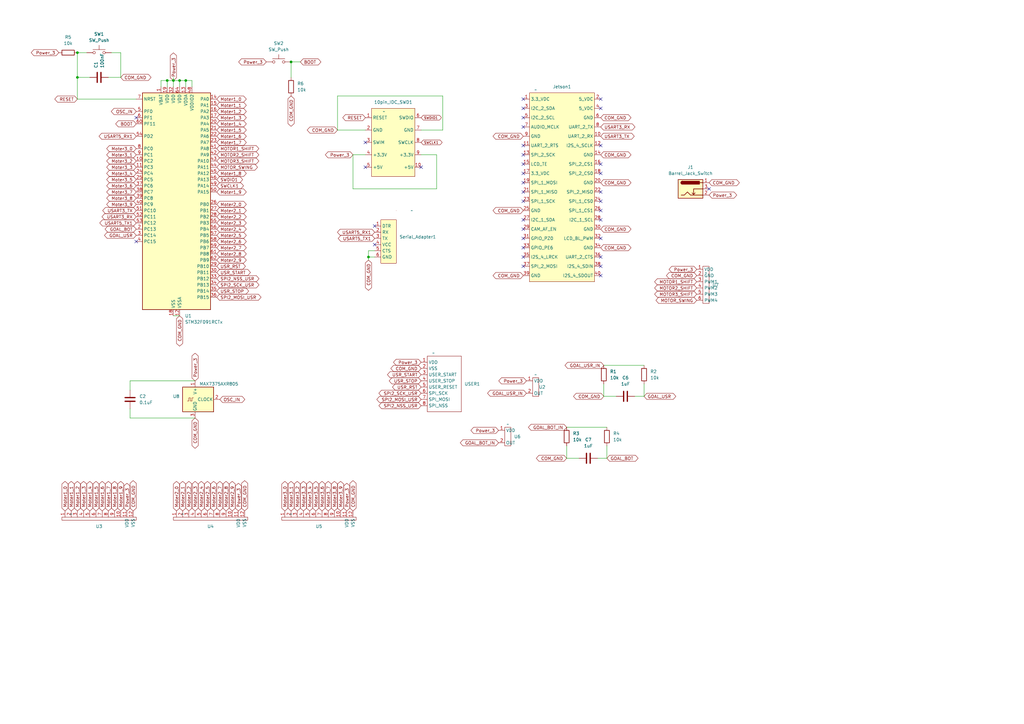
<source format=kicad_sch>
(kicad_sch (version 20230121) (generator eeschema)
  (paper "A3")
  (lib_symbols
    (symbol "Connector:Barrel_Jack_Switch" (pin_names hide)
      (property "Reference" "J" (at 0 5.334 0))
      (property "Value" "Barrel_Jack_Switch" (at 0 -5.08 0))
      (symbol "Barrel_Jack_Switch_0_1"
        (rectangle (start -5.08 3.81) (end 5.08 -3.81) (stroke (width 0.254)) (fill (type background)))
        (arc (start -3.302 3.175) (mid -3.9343 2.54) (end -3.302 1.905) (stroke (width 0.254)))
        (arc (start -3.302 3.175) (mid -3.9343 2.54) (end -3.302 1.905) (stroke (width 0.254)) (fill (type outline)))
        (polyline (pts (xy 1.27 -2.286) (xy 1.905 -1.651)) (stroke (width 0.254)))
        (polyline (pts (xy 5.08 2.54) (xy 3.81 2.54)) (stroke (width 0.254)))
        (polyline (pts (xy 5.08 0) (xy 1.27 0) (xy 1.27 -2.286) (xy 0.635 -1.651)) (stroke (width 0.254)))
        (polyline (pts (xy -3.81 -2.54) (xy -2.54 -2.54) (xy -1.27 -1.27) (xy 0 -2.54) (xy 2.54 -2.54) (xy 5.08 -2.54)) (stroke (width 0.254)))
        (rectangle (start 3.683 3.175) (end -3.302 1.905) (stroke (width 0.254)) (fill (type outline)))
      )
      (symbol "Barrel_Jack_Switch_1_1"
        (pin passive line (at 7.62 2.54 180) (length 2.54) (name "~") (number "1"))
        (pin passive line (at 7.62 -2.54 180) (length 2.54) (name "~") (number "2"))
        (pin passive line (at 7.62 0 180) (length 2.54) (name "~") (number "3"))
      )
    )
    (symbol "Device:C" (pin_numbers hide) (pin_names (offset 0.254))
      (property "Reference" "C" (at 0.635 2.54 0))
      (property "Value" "C" (at 0.635 -2.54 0))
      (symbol "C_0_1"
        (polyline (pts (xy -2.032 -0.762) (xy 2.032 -0.762)) (stroke (width 0.508)))
        (polyline (pts (xy -2.032 0.762) (xy 2.032 0.762)) (stroke (width 0.508)))
      )
      (symbol "C_1_1"
        (pin passive line (at 0 3.81 270) (length 2.794) (name "~") (number "1"))
        (pin passive line (at 0 -3.81 90) (length 2.794) (name "~") (number "2"))
      )
    )
    (symbol "Device:R" (pin_numbers hide) (pin_names (offset 0))
      (property "Reference" "R" (at 2.032 0 90))
      (property "Value" "R" (at 0 0 90))
      (symbol "R_0_1"
        (rectangle (start -1.016 -2.54) (end 1.016 2.54) (stroke (width 0.254)))
      )
      (symbol "R_1_1"
        (pin passive line (at 0 3.81 270) (length 1.27) (name "~") (number "1"))
        (pin passive line (at 0 -3.81 90) (length 1.27) (name "~") (number "2"))
      )
    )
    (symbol "MCU_ST_STM32F0:STM32F091RCTx"
      (property "Reference" "U" (at -12.7 46.99 0))
      (property "Value" "STM32F091RCTx" (at 10.16 46.99 0))
      (symbol "STM32F091RCTx_0_1"
        (rectangle (start -12.7 -43.18) (end 15.24 45.72) (stroke (width 0.254)) (fill (type background)))
      )
      (symbol "STM32F091RCTx_1_1"
        (pin power_in line (at -5.08 48.26 270) (length 2.54) (name "VBAT") (number "1"))
        (pin bidirectional line (at -15.24 17.78 0) (length 2.54) (name "PC2") (number "10"))
        (pin bidirectional line (at -15.24 15.24 0) (length 2.54) (name "PC3") (number "11"))
        (pin power_in line (at 2.54 -45.72 90) (length 2.54) (name "VSSA") (number "12"))
        (pin power_in line (at 5.08 48.26 270) (length 2.54) (name "VDDA") (number "13"))
        (pin bidirectional line (at 17.78 43.18 180) (length 2.54) (name "PA0") (number "14"))
        (pin bidirectional line (at 17.78 40.64 180) (length 2.54) (name "PA1") (number "15"))
        (pin bidirectional line (at 17.78 38.1 180) (length 2.54) (name "PA2") (number "16"))
        (pin bidirectional line (at 17.78 35.56 180) (length 2.54) (name "PA3") (number "17"))
        (pin power_in line (at 0 -45.72 90) (length 2.54) (name "VSS") (number "18"))
        (pin power_in line (at -2.54 48.26 270) (length 2.54) (name "VDD") (number "19"))
        (pin bidirectional line (at -15.24 -10.16 0) (length 2.54) (name "PC13") (number "2"))
        (pin bidirectional line (at 17.78 33.02 180) (length 2.54) (name "PA4") (number "20"))
        (pin bidirectional line (at 17.78 30.48 180) (length 2.54) (name "PA5") (number "21"))
        (pin bidirectional line (at 17.78 27.94 180) (length 2.54) (name "PA6") (number "22"))
        (pin bidirectional line (at 17.78 25.4 180) (length 2.54) (name "PA7") (number "23"))
        (pin bidirectional line (at -15.24 12.7 0) (length 2.54) (name "PC4") (number "24"))
        (pin bidirectional line (at -15.24 10.16 0) (length 2.54) (name "PC5") (number "25"))
        (pin bidirectional line (at 17.78 0 180) (length 2.54) (name "PB0") (number "26"))
        (pin bidirectional line (at 17.78 -2.54 180) (length 2.54) (name "PB1") (number "27"))
        (pin bidirectional line (at 17.78 -5.08 180) (length 2.54) (name "PB2") (number "28"))
        (pin bidirectional line (at 17.78 -25.4 180) (length 2.54) (name "PB10") (number "29"))
        (pin bidirectional line (at -15.24 -12.7 0) (length 2.54) (name "PC14") (number "3"))
        (pin bidirectional line (at 17.78 -27.94 180) (length 2.54) (name "PB11") (number "30"))
        (pin passive line (at 0 -45.72 90) (length 2.54) hide (name "VSS") (number "31"))
        (pin power_in line (at 0 48.26 270) (length 2.54) (name "VDD") (number "32"))
        (pin bidirectional line (at 17.78 -30.48 180) (length 2.54) (name "PB12") (number "33"))
        (pin bidirectional line (at 17.78 -33.02 180) (length 2.54) (name "PB13") (number "34"))
        (pin bidirectional line (at 17.78 -35.56 180) (length 2.54) (name "PB14") (number "35"))
        (pin bidirectional line (at 17.78 -38.1 180) (length 2.54) (name "PB15") (number "36"))
        (pin bidirectional line (at -15.24 7.62 0) (length 2.54) (name "PC6") (number "37"))
        (pin bidirectional line (at -15.24 5.08 0) (length 2.54) (name "PC7") (number "38"))
        (pin bidirectional line (at -15.24 2.54 0) (length 2.54) (name "PC8") (number "39"))
        (pin bidirectional line (at -15.24 -15.24 0) (length 2.54) (name "PC15") (number "4"))
        (pin bidirectional line (at -15.24 0 0) (length 2.54) (name "PC9") (number "40"))
        (pin bidirectional line (at 17.78 22.86 180) (length 2.54) (name "PA8") (number "41"))
        (pin bidirectional line (at 17.78 20.32 180) (length 2.54) (name "PA9") (number "42"))
        (pin bidirectional line (at 17.78 17.78 180) (length 2.54) (name "PA10") (number "43"))
        (pin bidirectional line (at 17.78 15.24 180) (length 2.54) (name "PA11") (number "44"))
        (pin bidirectional line (at 17.78 12.7 180) (length 2.54) (name "PA12") (number "45"))
        (pin bidirectional line (at 17.78 10.16 180) (length 2.54) (name "PA13") (number "46"))
        (pin passive line (at 0 -45.72 90) (length 2.54) hide (name "VSS") (number "47"))
        (pin power_in line (at 7.62 48.26 270) (length 2.54) (name "VDDIO2") (number "48"))
        (pin bidirectional line (at 17.78 7.62 180) (length 2.54) (name "PA14") (number "49"))
        (pin bidirectional line (at -15.24 38.1 0) (length 2.54) (name "PF0") (number "5"))
        (pin bidirectional line (at 17.78 5.08 180) (length 2.54) (name "PA15") (number "50"))
        (pin bidirectional line (at -15.24 -2.54 0) (length 2.54) (name "PC10") (number "51"))
        (pin bidirectional line (at -15.24 -5.08 0) (length 2.54) (name "PC11") (number "52"))
        (pin bidirectional line (at -15.24 -7.62 0) (length 2.54) (name "PC12") (number "53"))
        (pin bidirectional line (at -15.24 27.94 0) (length 2.54) (name "PD2") (number "54"))
        (pin bidirectional line (at 17.78 -7.62 180) (length 2.54) (name "PB3") (number "55"))
        (pin bidirectional line (at 17.78 -10.16 180) (length 2.54) (name "PB4") (number "56"))
        (pin bidirectional line (at 17.78 -12.7 180) (length 2.54) (name "PB5") (number "57"))
        (pin bidirectional line (at 17.78 -15.24 180) (length 2.54) (name "PB6") (number "58"))
        (pin bidirectional line (at 17.78 -17.78 180) (length 2.54) (name "PB7") (number "59"))
        (pin bidirectional line (at -15.24 35.56 0) (length 2.54) (name "PF1") (number "6"))
        (pin bidirectional line (at -15.24 33.02 0) (length 2.54) (name "PF11") (number "60"))
        (pin bidirectional line (at 17.78 -20.32 180) (length 2.54) (name "PB8") (number "61"))
        (pin bidirectional line (at 17.78 -22.86 180) (length 2.54) (name "PB9") (number "62"))
        (pin passive line (at 0 -45.72 90) (length 2.54) hide (name "VSS") (number "63"))
        (pin power_in line (at 2.54 48.26 270) (length 2.54) (name "VDD") (number "64"))
        (pin input line (at -15.24 43.18 0) (length 2.54) (name "NRST") (number "7"))
        (pin bidirectional line (at -15.24 22.86 0) (length 2.54) (name "PC0") (number "8"))
        (pin bidirectional line (at -15.24 20.32 0) (length 2.54) (name "PC1") (number "9"))
      )
    )
    (symbol "Oscillator:MAX7375AXR805" (pin_names (offset 0.254))
      (property "Reference" "U" (at -2.54 6.35 0))
      (property "Value" "MAX7375AXR805" (at 1.27 -6.35 0))
      (symbol "MAX7375AXR805_0_1"
        (rectangle (start -5.08 5.08) (end 7.62 -5.08) (stroke (width 0.254)) (fill (type background)))
        (polyline (pts (xy -3.175 -0.635) (xy -2.54 -0.635) (xy -2.54 0.635) (xy -1.905 0.635) (xy -1.905 -0.635) (xy -1.27 -0.635) (xy -1.27 0.635) (xy -0.635 0.635)))
      )
      (symbol "MAX7375AXR805_1_1"
        (pin power_in line (at 0 7.62 270) (length 2.54) (name "V+") (number "1"))
        (pin output line (at 10.16 0 180) (length 2.54) (name "CLOCK") (number "2"))
        (pin power_in line (at 0 -7.62 90) (length 2.54) (name "GND") (number "3"))
      )
    )
    (symbol "Senior Design:GOAL"
      (property "Reference" "U" (at 0 0 0))
      (symbol "GOAL_0_1"
        (rectangle (start -1.27 -1.27) (end 1.27 -8.89))
      )
      (symbol "GOAL_1_1"
        (pin passive line (at -3.81 -2.54 0) (length 2.54) (name "VDD") (number "1"))
        (pin passive line (at -3.81 -7.62 0) (length 2.54) (name "OUT") (number "2"))
      )
    )
    (symbol "Senior Design:Hall-effect_Sensor_Port"
      (property "Reference" "U" (at 6.35 8.89 0))
      (symbol "Hall-effect_Sensor_Port_0_1"
        (rectangle (start -3.81 -1.27) (end 26.67 -2.54))
      )
      (symbol "Hall-effect_Sensor_Port_1_1"
        (pin passive line (at -2.54 1.27 270) (length 2.54) (name "") (number "1"))
        (pin passive line (at 20.32 1.27 270) (length 2.54) (name "") (number "10"))
        (pin passive line (at 22.86 1.27 270) (length 2.54) (name "VDD") (number "11"))
        (pin passive line (at 25.4 1.27 270) (length 2.54) (name "VSS") (number "12"))
        (pin passive line (at 0 1.27 270) (length 2.54) (name "") (number "2"))
        (pin passive line (at 2.54 1.27 270) (length 2.54) (name "") (number "3"))
        (pin passive line (at 5.08 1.27 270) (length 2.54) (name "") (number "4"))
        (pin passive line (at 7.62 1.27 270) (length 2.54) (name "") (number "5"))
        (pin passive line (at 10.16 1.27 270) (length 2.54) (name "") (number "6"))
        (pin passive line (at 12.7 1.27 270) (length 2.54) (name "") (number "7"))
        (pin passive line (at 15.24 1.27 270) (length 2.54) (name "") (number "8"))
        (pin passive line (at 17.78 1.27 270) (length 2.54) (name "") (number "9"))
      )
    )
    (symbol "Senior Design:Power_Unit"
      (property "Reference" "U" (at 0 3.81 0))
      (symbol "Power_Unit_0_1"
        (rectangle (start -1.27 2.54) (end 1.27 -12.7))
      )
      (symbol "Power_Unit_1_1"
        (pin passive line (at -3.81 1.27 0) (length 2.54) (name "VDD") (number "1"))
        (pin passive line (at -3.81 -1.27 0) (length 2.54) (name "GND") (number "2"))
        (pin passive line (at -3.81 -3.81 0) (length 2.54) (name "PWM1") (number "3"))
        (pin passive line (at -3.81 -6.35 0) (length 2.54) (name "PWM2") (number "4"))
        (pin passive line (at -3.81 -8.89 0) (length 2.54) (name "PWM3") (number "5"))
        (pin passive line (at -3.81 -11.43 0) (length 2.54) (name "PWM4") (number "6"))
      )
    )
    (symbol "Senior Design:User_Interface"
      (property "Reference" "USER" (at 3.81 1.27 0))
      (symbol "User_Interface_0_1"
        (rectangle (start -2.54 -1.27) (end 11.43 -24.13))
      )
      (symbol "User_Interface_1_1"
        (pin passive line (at -5.08 -3.81 0) (length 2.54) (name "VDD") (number "1"))
        (pin passive line (at -5.08 -6.35 0) (length 2.54) (name "VSS") (number "2"))
        (pin passive line (at -5.08 -8.89 0) (length 2.54) (name "USER_START") (number "3"))
        (pin passive line (at -5.08 -11.43 0) (length 2.54) (name "USER_STOP") (number "4"))
        (pin passive line (at -5.08 -13.97 0) (length 2.54) (name "USER_RESET") (number "5"))
        (pin passive line (at -5.08 -16.51 0) (length 2.54) (name "SPI_SCK") (number "6"))
        (pin passive line (at -5.08 -19.05 0) (length 2.54) (name "SPI_MOSI") (number "7"))
        (pin passive line (at -5.08 -21.59 0) (length 2.54) (name "SPI_NSS") (number "8"))
      )
    )
    (symbol "Senior_Design:Jetson_Nano_GPIO"
      (property "Reference" "Jetson" (at 10.16 1.27 0))
      (symbol "Jetson_Nano_GPIO_1_1"
        (rectangle (start -2.54 -1.27) (end 24.13 -78.74) (fill (type background)))
        (pin passive line (at -5.08 -3.81 0) (length 2.54) (name "3.3_VDC") (number "1"))
        (pin passive line (at 26.67 -19.05 180) (length 2.54) (name "UART_2_RX") (number "10"))
        (pin passive line (at -5.08 -22.86 0) (length 2.54) (name "UART_2_RTS") (number "11"))
        (pin passive line (at 26.67 -22.86 180) (length 2.54) (name "I2S_4_SCLK") (number "12"))
        (pin passive line (at -5.08 -26.67 0) (length 2.54) (name "SPI_2_SCK") (number "13"))
        (pin passive line (at 26.67 -26.67 180) (length 2.54) (name "GND") (number "14"))
        (pin passive line (at -5.08 -30.48 0) (length 2.54) (name "LCD_TE") (number "15"))
        (pin passive line (at 26.67 -30.48 180) (length 2.54) (name "SPI_2_CS1") (number "16"))
        (pin passive line (at -5.08 -34.29 0) (length 2.54) (name "3.3_VDC") (number "17"))
        (pin passive line (at 26.67 -34.29 180) (length 2.54) (name "SPI_2_CS0") (number "18"))
        (pin passive line (at -5.08 -38.1 0) (length 2.54) (name "SPI_1_MOSI") (number "19"))
        (pin passive line (at 26.67 -3.81 180) (length 2.54) (name "5_VDC") (number "2"))
        (pin passive line (at 26.67 -38.1 180) (length 2.54) (name "GND") (number "20"))
        (pin passive line (at -5.08 -41.91 0) (length 2.54) (name "SPI_1_MISO") (number "21"))
        (pin passive line (at 26.67 -41.91 180) (length 2.54) (name "SPI_2_MISO") (number "22"))
        (pin passive line (at -5.08 -45.72 0) (length 2.54) (name "SPI_1_SCK") (number "23"))
        (pin passive line (at 26.67 -45.72 180) (length 2.54) (name "SPI_1_CS0") (number "24"))
        (pin passive line (at -5.08 -49.53 0) (length 2.54) (name "GND") (number "25"))
        (pin passive line (at 26.67 -49.53 180) (length 2.54) (name "SPI_1_CS1") (number "26"))
        (pin passive line (at -5.08 -53.34 0) (length 2.54) (name "I2C_1_SDA") (number "27"))
        (pin passive line (at 26.67 -53.34 180) (length 2.54) (name "I2C_1_SCL") (number "28"))
        (pin passive line (at -5.08 -57.15 0) (length 2.54) (name "CAM_AF_EN") (number "29"))
        (pin passive line (at -5.08 -7.62 0) (length 2.54) (name "I2C_2_SDA") (number "3"))
        (pin passive line (at 26.67 -57.15 180) (length 2.54) (name "GND") (number "30"))
        (pin passive line (at -5.08 -60.96 0) (length 2.54) (name "GPIO_PZ0") (number "31"))
        (pin passive line (at 26.67 -60.96 180) (length 2.54) (name "LCD_BL_PWM") (number "32"))
        (pin passive line (at -5.08 -64.77 0) (length 2.54) (name "GPIO_PE6") (number "33"))
        (pin passive line (at 26.67 -64.77 180) (length 2.54) (name "GND") (number "34"))
        (pin passive line (at -5.08 -68.58 0) (length 2.54) (name "I2S_4_LRCK") (number "35"))
        (pin passive line (at 26.67 -68.58 180) (length 2.54) (name "UART_2_CTS") (number "36"))
        (pin passive line (at -5.08 -72.39 0) (length 2.54) (name "SPI_2_MOSI") (number "37"))
        (pin passive line (at 26.67 -72.39 180) (length 2.54) (name "I2S_4_SDIN") (number "38"))
        (pin passive line (at -5.08 -76.2 0) (length 2.54) (name "GND") (number "39"))
        (pin passive line (at 26.67 -7.62 180) (length 2.54) (name "5_VDC") (number "4"))
        (pin passive line (at 26.67 -76.2 180) (length 2.54) (name "I2S_4_SDOUT") (number "40"))
        (pin passive line (at -5.08 -11.43 0) (length 2.54) (name "I2C_2_SCL") (number "5"))
        (pin passive line (at 26.67 -11.43 180) (length 2.54) (name "GND") (number "6"))
        (pin passive line (at -5.08 -15.24 0) (length 2.54) (name "AUDIO_MCLK") (number "7"))
        (pin passive line (at 26.67 -15.24 180) (length 2.54) (name "UART_2_TX") (number "8"))
        (pin passive line (at -5.08 -19.05 0) (length 2.54) (name "GND") (number "9"))
      )
    )
    (symbol "Senior_Design:ST-Link_V2_Clone"
      (property "Reference" "10pin_IDC_SWD" (at 3.81 3.81 0))
      (symbol "ST-Link_V2_Clone_1_1"
        (rectangle (start -5.08 1.27) (end 12.7 -26.67) (fill (type background)))
        (pin passive line (at -7.62 -2.54 0) (length 2.54) (name "RESET") (number "1"))
        (pin passive line (at 15.24 -22.86 180) (length 2.54) (name "+5V") (number "10"))
        (pin passive line (at -7.62 -7.62 0) (length 2.54) (name "GND") (number "2"))
        (pin passive line (at -7.62 -12.7 0) (length 2.54) (name "SWIM") (number "3"))
        (pin passive line (at -7.62 -17.78 0) (length 2.54) (name "+3.3V") (number "4"))
        (pin passive line (at -7.62 -22.86 0) (length 2.54) (name "+5V") (number "5"))
        (pin passive line (at 15.24 -2.54 180) (length 2.54) (name "SWDIO") (number "6"))
        (pin passive line (at 15.24 -7.62 180) (length 2.54) (name "GND") (number "7"))
        (pin passive line (at 15.24 -12.7 180) (length 2.54) (name "SWCLK") (number "8"))
        (pin passive line (at 15.24 -17.78 180) (length 2.54) (name "+3.3V") (number "9"))
      )
    )
    (symbol "Serial_adapter:Serial_Adapter"
      (property "Reference" "Serial_Adapter" (at -10.16 -1.27 0))
      (symbol "Serial_Adapter_0_1"
        (rectangle (start -6.35 0) (end -6.35 0))
      )
      (symbol "Serial_Adapter_1_1"
        (rectangle (start -12.7 -3.81) (end -6.35 -21.59) (fill (type background)))
        (pin passive line (at -15.24 -6.35 0) (length 2.54) (name "DTR") (number "1"))
        (pin passive line (at -15.24 -8.89 0) (length 2.54) (name "RX") (number "2"))
        (pin passive line (at -15.24 -11.43 0) (length 2.54) (name "TX") (number "3"))
        (pin passive line (at -15.24 -13.97 0) (length 2.54) (name "VCC") (number "4"))
        (pin passive line (at -15.24 -16.51 0) (length 2.54) (name "CTS") (number "5"))
        (pin passive line (at -15.24 -19.05 0) (length 2.54) (name "GND") (number "6"))
      )
    )
    (symbol "Switch:SW_Push" (pin_numbers hide) (pin_names (offset 1.016) hide)
      (property "Reference" "SW" (at 1.27 2.54 0))
      (property "Value" "SW_Push" (at 0 -1.524 0))
      (symbol "SW_Push_0_1"
        (circle (center -2.032 0) (radius 0.508))
        (polyline (pts (xy 0 1.27) (xy 0 3.048)))
        (polyline (pts (xy 2.54 1.27) (xy -2.54 1.27)))
        (circle (center 2.032 0) (radius 0.508))
        (pin passive line (at -5.08 0 0) (length 2.54) (name "1") (number "1"))
        (pin passive line (at 5.08 0 180) (length 2.54) (name "2") (number "2"))
      )
    )
  )
  (junction (at 119.38 25.4))
  (junction (at 151.13 105.41))
  (junction (at 71.12 33.02))
  (junction (at 31.75 21.59))
  (junction (at 68.58 33.02))
  (junction (at 31.75 31.75))
  (junction (at 73.66 33.02))
  (junction (at 76.2 33.02))
  (no_connect (at 246.38 105.41))
  (no_connect (at 246.38 113.03))
  (no_connect (at 214.63 93.98))
  (no_connect (at 214.63 109.22))
  (no_connect (at 149.86 58.42))
  (no_connect (at 246.38 86.36))
  (no_connect (at 246.38 78.74))
  (no_connect (at 214.63 52.07))
  (no_connect (at 246.38 71.12))
  (no_connect (at 214.63 74.93))
  (no_connect (at 153.67 100.33))
  (no_connect (at 55.88 99.06))
  (no_connect (at 214.63 82.55))
  (no_connect (at 214.63 78.74))
  (no_connect (at 246.38 82.55))
  (no_connect (at 214.63 97.79))
  (no_connect (at 214.63 59.69))
  (no_connect (at 214.63 63.5))
  (no_connect (at 214.63 67.31))
  (no_connect (at 246.38 109.22))
  (no_connect (at 214.63 105.41))
  (no_connect (at 214.63 48.26))
  (no_connect (at 214.63 101.6))
  (no_connect (at 214.63 44.45))
  (no_connect (at 214.63 90.17))
  (no_connect (at 172.72 68.58))
  (no_connect (at 55.88 48.26))
  (no_connect (at 246.38 59.69))
  (no_connect (at 153.67 92.71))
  (no_connect (at 290.83 77.47))
  (no_connect (at 214.63 71.12))
  (no_connect (at 246.38 44.45))
  (no_connect (at 246.38 90.17))
  (no_connect (at 246.38 40.64))
  (no_connect (at 246.38 67.31))
  (no_connect (at 149.86 68.58))
  (no_connect (at 214.63 40.64))
  (no_connect (at 246.38 97.79))
  (wire (pts (xy 232.41 175.26) (xy 248.92 175.26)))
  (wire (pts (xy 78.74 33.02) (xy 78.74 35.56)))
  (wire (pts (xy 151.13 105.41) (xy 153.67 105.41)))
  (wire (pts (xy 232.41 182.88) (xy 232.41 187.96)))
  (wire (pts (xy 144.78 77.47) (xy 179.07 77.47)))
  (wire (pts (xy 247.65 157.48) (xy 247.65 162.56)))
  (wire (pts (xy 68.58 33.02) (xy 66.04 33.02)))
  (wire (pts (xy 31.75 40.64) (xy 31.75 31.75)))
  (wire (pts (xy 149.86 53.34) (xy 138.43 53.34)))
  (wire (pts (xy 66.04 33.02) (xy 66.04 35.56)))
  (wire (pts (xy 71.12 129.54) (xy 73.66 129.54)))
  (wire (pts (xy 181.61 39.37) (xy 181.61 53.34)))
  (wire (pts (xy 76.2 33.02) (xy 76.2 35.56)))
  (wire (pts (xy 73.66 33.02) (xy 73.66 35.56)))
  (wire (pts (xy 151.13 102.87) (xy 151.13 105.41)))
  (wire (pts (xy 181.61 53.34) (xy 172.72 53.34)))
  (wire (pts (xy 68.58 35.56) (xy 68.58 33.02)))
  (wire (pts (xy 138.43 53.34) (xy 138.43 39.37)))
  (wire (pts (xy 36.83 31.75) (xy 31.75 31.75)))
  (wire (pts (xy 248.92 187.96) (xy 248.92 182.88)))
  (wire (pts (xy 49.53 31.75) (xy 44.45 31.75)))
  (wire (pts (xy 232.41 187.96) (xy 237.49 187.96)))
  (wire (pts (xy 260.35 162.56) (xy 264.16 162.56)))
  (wire (pts (xy 247.65 149.86) (xy 264.16 149.86)))
  (wire (pts (xy 45.72 21.59) (xy 49.53 21.59)))
  (wire (pts (xy 119.38 25.4) (xy 123.19 25.4)))
  (wire (pts (xy 49.53 21.59) (xy 49.53 31.75)))
  (wire (pts (xy 76.2 33.02) (xy 78.74 33.02)))
  (wire (pts (xy 71.12 33.02) (xy 71.12 35.56)))
  (wire (pts (xy 31.75 40.64) (xy 55.88 40.64)))
  (wire (pts (xy 73.66 33.02) (xy 76.2 33.02)))
  (wire (pts (xy 53.34 171.45) (xy 80.01 171.45)))
  (wire (pts (xy 151.13 105.41) (xy 151.13 106.68)))
  (wire (pts (xy 247.65 162.56) (xy 252.73 162.56)))
  (wire (pts (xy 31.75 31.75) (xy 31.75 21.59)))
  (wire (pts (xy 245.11 187.96) (xy 248.92 187.96)))
  (wire (pts (xy 149.86 63.5) (xy 144.78 63.5)))
  (wire (pts (xy 264.16 162.56) (xy 264.16 157.48)))
  (wire (pts (xy 138.43 39.37) (xy 181.61 39.37)))
  (wire (pts (xy 144.78 63.5) (xy 144.78 77.47)))
  (wire (pts (xy 71.12 31.75) (xy 71.12 33.02)))
  (wire (pts (xy 31.75 21.59) (xy 35.56 21.59)))
  (wire (pts (xy 68.58 33.02) (xy 71.12 33.02)))
  (wire (pts (xy 119.38 31.75) (xy 119.38 25.4)))
  (wire (pts (xy 179.07 63.5) (xy 172.72 63.5)))
  (wire (pts (xy 53.34 167.64) (xy 53.34 171.45)))
  (wire (pts (xy 179.07 77.47) (xy 179.07 63.5)))
  (wire (pts (xy 153.67 102.87) (xy 151.13 102.87)))
  (wire (pts (xy 80.01 156.21) (xy 53.34 156.21)))
  (wire (pts (xy 53.34 156.21) (xy 53.34 160.02)))
  (wire (pts (xy 71.12 33.02) (xy 73.66 33.02)))
  (global_label "Moter3_8" (shape bidirectional) (at 137.16 209.55 90) (property "Intersheetrefs" "${INTERSHEET_REFS}" (effects hide)))
  (global_label "USART3_TX" (shape bidirectional) (at 55.88 86.36 180) (property "Intersheetrefs" "${INTERSHEET_REFS}" (effects hide)))
  (global_label "Moter3_6" (shape bidirectional) (at 55.88 76.2 180) (property "Intersheetrefs" "${INTERSHEET_REFS}" (effects hide)))
  (global_label "Moter1_3" (shape bidirectional) (at 34.29 209.55 90) (property "Intersheetrefs" "${INTERSHEET_REFS}" (effects hide)))
  (global_label "MOTOR1_SHIFT" (shape bidirectional) (at 285.75 115.57 180) (property "Intersheetrefs" "${INTERSHEET_REFS}" (effects hide)))
  (global_label "SWDIO1" (shape bidirectional) (at 88.9 73.66 0) (property "Intersheetrefs" "${INTERSHEET_REFS}" (effects hide)))
  (global_label "Power_3" (shape bidirectional) (at 24.13 21.59 180) (property "Intersheetrefs" "${INTERSHEET_REFS}" (effects hide)))
  (global_label "Moter3_4" (shape bidirectional) (at 127 209.55 90) (property "Intersheetrefs" "${INTERSHEET_REFS}" (effects hide)))
  (global_label "Moter2_2" (shape bidirectional) (at 88.9 88.9 0) (property "Intersheetrefs" "${INTERSHEET_REFS}" (effects hide)))
  (global_label "COM_GND" (shape bidirectional) (at 54.61 209.55 90) (property "Intersheetrefs" "${INTERSHEET_REFS}" (effects hide)))
  (global_label "BOOT" (shape bidirectional) (at 123.19 25.4 0) (property "Intersheetrefs" "${INTERSHEET_REFS}" (effects hide)))
  (global_label "Moter1_8" (shape bidirectional) (at 88.9 71.12 0) (property "Intersheetrefs" "${INTERSHEET_REFS}" (effects hide)))
  (global_label "COM_GND" (shape bidirectional) (at 73.66 129.54 270) (property "Intersheetrefs" "${INTERSHEET_REFS}" (effects hide)))
  (global_label "Moter1_6" (shape bidirectional) (at 88.9 55.88 0) (property "Intersheetrefs" "${INTERSHEET_REFS}" (effects hide)))
  (global_label "SPI2_MOSI_USR" (shape bidirectional) (at 88.9 121.92 0) (property "Intersheetrefs" "${INTERSHEET_REFS}" (effects hide)))
  (global_label "Moter1_2" (shape bidirectional) (at 31.75 209.55 90) (property "Intersheetrefs" "${INTERSHEET_REFS}" (effects hide)))
  (global_label "Moter2_3" (shape bidirectional) (at 80.01 209.55 90) (property "Intersheetrefs" "${INTERSHEET_REFS}" (effects hide)))
  (global_label "COM_GND" (shape bidirectional) (at 246.38 93.98 0) (property "Intersheetrefs" "${INTERSHEET_REFS}" (effects hide)))
  (global_label "Moter3_0" (shape bidirectional) (at 55.88 60.96 180) (property "Intersheetrefs" "${INTERSHEET_REFS}" (effects hide)))
  (global_label "USR_START" (shape bidirectional) (at 88.9 111.76 0) (property "Intersheetrefs" "${INTERSHEET_REFS}" (effects hide)))
  (global_label "SPI2_SCK_USR" (shape bidirectional) (at 172.72 161.29 180) (property "Intersheetrefs" "${INTERSHEET_REFS}" (effects hide)))
  (global_label "RESET" (shape bidirectional) (at 149.86 48.26 180) (property "Intersheetrefs" "${INTERSHEET_REFS}" (effects hide)))
  (global_label "MOTOR2_SHIFT" (shape bidirectional) (at 88.9 63.5 0) (property "Intersheetrefs" "${INTERSHEET_REFS}" (effects hide)))
  (global_label "SWDIO1" (shape bidirectional) (at 172.72 48.26 0) (effects (font (size 1 1))) (property "Intersheetrefs" "${INTERSHEET_REFS}" (effects hide)))
  (global_label "SWCLK1" (shape bidirectional) (at 88.9 76.2 0) (property "Intersheetrefs" "${INTERSHEET_REFS}" (effects hide)))
  (global_label "Moter2_6" (shape bidirectional) (at 87.63 209.55 90) (property "Intersheetrefs" "${INTERSHEET_REFS}" (effects hide)))
  (global_label "Power_3" (shape bidirectional) (at 80.01 156.21 90) (property "Intersheetrefs" "${INTERSHEET_REFS}" (effects hide)))
  (global_label "BOOT" (shape bidirectional) (at 55.88 50.8 180) (property "Intersheetrefs" "${INTERSHEET_REFS}" (effects hide)))
  (global_label "MOTOR2_SHIFT" (shape bidirectional) (at 285.75 118.11 180) (property "Intersheetrefs" "${INTERSHEET_REFS}" (effects hide)))
  (global_label "Moter2_8" (shape bidirectional) (at 92.71 209.55 90) (property "Intersheetrefs" "${INTERSHEET_REFS}" (effects hide)))
  (global_label "Moter3_0" (shape bidirectional) (at 116.84 209.55 90) (property "Intersheetrefs" "${INTERSHEET_REFS}" (effects hide)))
  (global_label "GOAL_USR_IN" (shape bidirectional) (at 215.9 161.29 180) (property "Intersheetrefs" "${INTERSHEET_REFS}" (effects hide)))
  (global_label "Moter3_5" (shape bidirectional) (at 55.88 73.66 180) (property "Intersheetrefs" "${INTERSHEET_REFS}" (effects hide)))
  (global_label "SPI2_NSS_USR" (shape bidirectional) (at 172.72 166.37 180) (property "Intersheetrefs" "${INTERSHEET_REFS}" (effects hide)))
  (global_label "Power_3" (shape bidirectional) (at 290.83 80.01 0) (property "Intersheetrefs" "${INTERSHEET_REFS}" (effects hide)))
  (global_label "GOAL_BOT" (shape bidirectional) (at 55.88 93.98 180) (property "Intersheetrefs" "${INTERSHEET_REFS}" (effects hide)))
  (global_label "COM_GND" (shape bidirectional) (at 246.38 74.93 0) (property "Intersheetrefs" "${INTERSHEET_REFS}" (effects hide)))
  (global_label "Moter3_2" (shape bidirectional) (at 121.92 209.55 90) (property "Intersheetrefs" "${INTERSHEET_REFS}" (effects hide)))
  (global_label "Moter1_0" (shape bidirectional) (at 88.9 40.64 0) (property "Intersheetrefs" "${INTERSHEET_REFS}" (effects hide)))
  (global_label "GOAL_USR" (shape bidirectional) (at 264.16 162.56 0) (property "Intersheetrefs" "${INTERSHEET_REFS}" (effects hide)))
  (global_label "Moter3_4" (shape bidirectional) (at 55.88 71.12 180) (property "Intersheetrefs" "${INTERSHEET_REFS}" (effects hide)))
  (global_label "Moter1_7" (shape bidirectional) (at 44.45 209.55 90) (property "Intersheetrefs" "${INTERSHEET_REFS}" (effects hide)))
  (global_label "Power_3" (shape bidirectional) (at 285.75 110.49 180) (property "Intersheetrefs" "${INTERSHEET_REFS}" (effects hide)))
  (global_label "MOTOR3_SHIFT" (shape bidirectional) (at 88.9 66.04 0) (property "Intersheetrefs" "${INTERSHEET_REFS}" (effects hide)))
  (global_label "SPI2_MOSI_USR" (shape bidirectional) (at 172.72 163.83 180) (property "Intersheetrefs" "${INTERSHEET_REFS}" (effects hide)))
  (global_label "Moter2_1" (shape bidirectional) (at 88.9 86.36 0) (property "Intersheetrefs" "${INTERSHEET_REFS}" (effects hide)))
  (global_label "Moter3_3" (shape bidirectional) (at 124.46 209.55 90) (property "Intersheetrefs" "${INTERSHEET_REFS}" (effects hide)))
  (global_label "Moter3_3" (shape bidirectional) (at 55.88 68.58 180) (property "Intersheetrefs" "${INTERSHEET_REFS}" (effects hide)))
  (global_label "Power_3" (shape bidirectional) (at 52.07 209.55 90) (property "Intersheetrefs" "${INTERSHEET_REFS}" (effects hide)))
  (global_label "Moter2_5" (shape bidirectional) (at 85.09 209.55 90) (property "Intersheetrefs" "${INTERSHEET_REFS}" (effects hide)))
  (global_label "GOAL_USR_IN" (shape bidirectional) (at 247.65 149.86 180) (property "Intersheetrefs" "${INTERSHEET_REFS}" (effects hide)))
  (global_label "Power_3" (shape bidirectional) (at 97.79 209.55 90) (property "Intersheetrefs" "${INTERSHEET_REFS}" (effects hide)))
  (global_label "OSC_IN" (shape bidirectional) (at 90.17 163.83 0) (property "Intersheetrefs" "${INTERSHEET_REFS}" (effects hide)))
  (global_label "COM_GND" (shape bidirectional) (at 119.38 39.37 270) (property "Intersheetrefs" "${INTERSHEET_REFS}" (effects hide)))
  (global_label "GOAL_USR" (shape bidirectional) (at 55.88 96.52 180) (property "Intersheetrefs" "${INTERSHEET_REFS}" (effects hide)))
  (global_label "Moter2_0" (shape bidirectional) (at 88.9 83.82 0) (property "Intersheetrefs" "${INTERSHEET_REFS}" (effects hide)))
  (global_label "Moter2_0" (shape bidirectional) (at 72.39 209.55 90) (property "Intersheetrefs" "${INTERSHEET_REFS}" (effects hide)))
  (global_label "Moter2_4" (shape bidirectional) (at 88.9 93.98 0) (property "Intersheetrefs" "${INTERSHEET_REFS}" (effects hide)))
  (global_label "USART3_RX" (shape bidirectional) (at 55.88 88.9 180) (property "Intersheetrefs" "${INTERSHEET_REFS}" (effects hide)))
  (global_label "Moter3_1" (shape bidirectional) (at 55.88 63.5 180) (property "Intersheetrefs" "${INTERSHEET_REFS}" (effects hide)))
  (global_label "Moter1_9" (shape bidirectional) (at 49.53 209.55 90) (property "Intersheetrefs" "${INTERSHEET_REFS}" (effects hide)))
  (global_label "COM_GND" (shape bidirectional) (at 246.38 101.6 0) (property "Intersheetrefs" "${INTERSHEET_REFS}" (effects hide)))
  (global_label "GOAL_BOT_IN" (shape bidirectional) (at 232.41 175.26 180) (property "Intersheetrefs" "${INTERSHEET_REFS}" (effects hide)))
  (global_label "Moter1_7" (shape bidirectional) (at 88.9 58.42 0) (property "Intersheetrefs" "${INTERSHEET_REFS}" (effects hide)))
  (global_label "USART5_TX1" (shape bidirectional) (at 55.88 91.44 180) (property "Intersheetrefs" "${INTERSHEET_REFS}" (effects hide)))
  (global_label "Moter2_8" (shape bidirectional) (at 88.9 104.14 0) (property "Intersheetrefs" "${INTERSHEET_REFS}" (effects hide)))
  (global_label "Moter1_9" (shape bidirectional) (at 88.9 78.74 0) (property "Intersheetrefs" "${INTERSHEET_REFS}" (effects hide)))
  (global_label "COM_GND" (shape bidirectional) (at 80.01 171.45 270) (property "Intersheetrefs" "${INTERSHEET_REFS}" (effects hide)))
  (global_label "SPI2_SCK_USR" (shape bidirectional) (at 88.9 116.84 0) (property "Intersheetrefs" "${INTERSHEET_REFS}" (effects hide)))
  (global_label "Moter2_3" (shape bidirectional) (at 88.9 91.44 0) (property "Intersheetrefs" "${INTERSHEET_REFS}" (effects hide)))
  (global_label "MOTOR_SWING" (shape bidirectional) (at 285.75 123.19 180) (property "Intersheetrefs" "${INTERSHEET_REFS}" (effects hide)))
  (global_label "COM_GND" (shape bidirectional) (at 285.75 113.03 180) (property "Intersheetrefs" "${INTERSHEET_REFS}" (effects hide)))
  (global_label "Moter3_2" (shape bidirectional) (at 55.88 66.04 180) (property "Intersheetrefs" "${INTERSHEET_REFS}" (effects hide)))
  (global_label "Moter2_6" (shape bidirectional) (at 88.9 99.06 0) (property "Intersheetrefs" "${INTERSHEET_REFS}" (effects hide)))
  (global_label "Power_3" (shape bidirectional) (at 204.47 176.53 180) (property "Intersheetrefs" "${INTERSHEET_REFS}" (effects hide)))
  (global_label "SWCLK1" (shape bidirectional) (at 172.72 58.42 0) (effects (font (size 1 1))) (property "Intersheetrefs" "${INTERSHEET_REFS}" (effects hide)))
  (global_label "Moter2_5" (shape bidirectional) (at 88.9 96.52 0) (property "Intersheetrefs" "${INTERSHEET_REFS}" (effects hide)))
  (global_label "Power_3" (shape bidirectional) (at 71.12 33.02 90) (property "Intersheetrefs" "${INTERSHEET_REFS}" (effects hide)))
  (global_label "Power_3" (shape bidirectional) (at 142.24 209.55 90) (property "Intersheetrefs" "${INTERSHEET_REFS}" (effects hide)))
  (global_label "Moter3_1" (shape bidirectional) (at 119.38 209.55 90) (property "Intersheetrefs" "${INTERSHEET_REFS}" (effects hide)))
  (global_label "COM_GND" (shape bidirectional) (at 144.78 209.55 90) (property "Intersheetrefs" "${INTERSHEET_REFS}" (effects hide)))
  (global_label "Power_3" (shape bidirectional) (at 109.22 25.4 180) (property "Intersheetrefs" "${INTERSHEET_REFS}" (effects hide)))
  (global_label "COM_GND" (shape bidirectional) (at 151.13 106.68 270) (property "Intersheetrefs" "${INTERSHEET_REFS}" (effects hide)))
  (global_label "Moter1_6" (shape bidirectional) (at 41.91 209.55 90) (property "Intersheetrefs" "${INTERSHEET_REFS}" (effects hide)))
  (global_label "COM_GND" (shape bidirectional) (at 100.33 209.55 90) (property "Intersheetrefs" "${INTERSHEET_REFS}" (effects hide)))
  (global_label "Moter2_1" (shape bidirectional) (at 74.93 209.55 90) (property "Intersheetrefs" "${INTERSHEET_REFS}" (effects hide)))
  (global_label "USART5_TX1" (shape bidirectional) (at 153.67 97.79 180) (property "Intersheetrefs" "${INTERSHEET_REFS}" (effects hide)))
  (global_label "Moter2_7" (shape bidirectional) (at 90.17 209.55 90) (property "Intersheetrefs" "${INTERSHEET_REFS}" (effects hide)))
  (global_label "Moter2_7" (shape bidirectional) (at 88.9 101.6 0) (property "Intersheetrefs" "${INTERSHEET_REFS}" (effects hide)))
  (global_label "Moter2_2" (shape bidirectional) (at 77.47 209.55 90) (property "Intersheetrefs" "${INTERSHEET_REFS}" (effects hide)))
  (global_label "COM_GND" (shape bidirectional) (at 214.63 113.03 180) (property "Intersheetrefs" "${INTERSHEET_REFS}" (effects hide)))
  (global_label "RESET" (shape bidirectional) (at 31.75 40.64 180) (property "Intersheetrefs" "${INTERSHEET_REFS}" (effects hide)))
  (global_label "Moter1_2" (shape bidirectional) (at 88.9 45.72 0) (property "Intersheetrefs" "${INTERSHEET_REFS}" (effects hide)))
  (global_label "COM_GND" (shape bidirectional) (at 246.38 63.5 0) (property "Intersheetrefs" "${INTERSHEET_REFS}" (effects hide)))
  (global_label "GOAL_BOT" (shape bidirectional) (at 248.92 187.96 0) (property "Intersheetrefs" "${INTERSHEET_REFS}" (effects hide)))
  (global_label "Moter1_3" (shape bidirectional) (at 88.9 48.26 0) (property "Intersheetrefs" "${INTERSHEET_REFS}" (effects hide)))
  (global_label "COM_GND" (shape bidirectional) (at 290.83 74.93 0) (property "Intersheetrefs" "${INTERSHEET_REFS}" (effects hide)))
  (global_label "Moter1_4" (shape bidirectional) (at 88.9 50.8 0) (property "Intersheetrefs" "${INTERSHEET_REFS}" (effects hide)))
  (global_label "Moter3_9" (shape bidirectional) (at 55.88 83.82 180) (property "Intersheetrefs" "${INTERSHEET_REFS}" (effects hide)))
  (global_label "MOTOR1_SHIFT" (shape bidirectional) (at 88.9 60.96 0) (property "Intersheetrefs" "${INTERSHEET_REFS}" (effects hide)))
  (global_label "Power_3" (shape bidirectional) (at 215.9 156.21 180) (property "Intersheetrefs" "${INTERSHEET_REFS}" (effects hide)))
  (global_label "Moter1_1" (shape bidirectional) (at 29.21 209.55 90) (property "Intersheetrefs" "${INTERSHEET_REFS}" (effects hide)))
  (global_label "Moter2_9" (shape bidirectional) (at 95.25 209.55 90) (property "Intersheetrefs" "${INTERSHEET_REFS}" (effects hide)))
  (global_label "COM_GND" (shape bidirectional) (at 232.41 187.96 180) (property "Intersheetrefs" "${INTERSHEET_REFS}" (effects hide)))
  (global_label "COM_GND" (shape bidirectional) (at 138.43 53.34 180) (property "Intersheetrefs" "${INTERSHEET_REFS}" (effects hide)))
  (global_label "USART3_TX" (shape bidirectional) (at 246.38 55.88 0) (property "Intersheetrefs" "${INTERSHEET_REFS}" (effects hide)))
  (global_label "Moter3_7" (shape bidirectional) (at 134.62 209.55 90) (property "Intersheetrefs" "${INTERSHEET_REFS}" (effects hide)))
  (global_label "Moter1_1" (shape bidirectional) (at 88.9 43.18 0) (property "Intersheetrefs" "${INTERSHEET_REFS}" (effects hide)))
  (global_label "GOAL_BOT_IN" (shape bidirectional) (at 204.47 181.61 180) (property "Intersheetrefs" "${INTERSHEET_REFS}" (effects hide)))
  (global_label "Moter3_8" (shape bidirectional) (at 55.88 81.28 180) (property "Intersheetrefs" "${INTERSHEET_REFS}" (effects hide)))
  (global_label "COM_GND" (shape bidirectional) (at 214.63 55.88 180) (property "Intersheetrefs" "${INTERSHEET_REFS}" (effects hide)))
  (global_label "USR_RST" (shape bidirectional) (at 172.72 158.75 180) (property "Intersheetrefs" "${INTERSHEET_REFS}" (effects hide)))
  (global_label "USR_RST" (shape bidirectional) (at 88.9 109.22 0) (property "Intersheetrefs" "${INTERSHEET_REFS}" (effects hide)))
  (global_label "COM_GND" (shape bidirectional) (at 247.65 162.56 180) (property "Intersheetrefs" "${INTERSHEET_REFS}" (effects hide)))
  (global_label "Moter1_4" (shape bidirectional) (at 36.83 209.55 90) (property "Intersheetrefs" "${INTERSHEET_REFS}" (effects hide)))
  (global_label "Moter3_7" (shape bidirectional) (at 55.88 78.74 180) (property "Intersheetrefs" "${INTERSHEET_REFS}" (effects hide)))
  (global_label "USART5_RX1" (shape bidirectional) (at 153.67 95.25 180) (property "Intersheetrefs" "${INTERSHEET_REFS}" (effects hide)))
  (global_label "COM_GND" (shape bidirectional) (at 49.53 31.75 0) (property "Intersheetrefs" "${INTERSHEET_REFS}" (effects hide)))
  (global_label "OSC_IN" (shape bidirectional) (at 55.88 45.72 180) (property "Intersheetrefs" "${INTERSHEET_REFS}" (effects hide)))
  (global_label "MOTOR_SWING" (shape bidirectional) (at 88.9 68.58 0) (property "Intersheetrefs" "${INTERSHEET_REFS}" (effects hide)))
  (global_label "USART5_RX1" (shape bidirectional) (at 55.88 55.88 180) (property "Intersheetrefs" "${INTERSHEET_REFS}" (effects hide)))
  (global_label "USR_START" (shape bidirectional) (at 172.72 153.67 180) (property "Intersheetrefs" "${INTERSHEET_REFS}" (effects hide)))
  (global_label "COM_GND" (shape bidirectional) (at 214.63 86.36 180) (property "Intersheetrefs" "${INTERSHEET_REFS}" (effects hide)))
  (global_label "Moter1_8" (shape bidirectional) (at 46.99 209.55 90) (property "Intersheetrefs" "${INTERSHEET_REFS}" (effects hide)))
  (global_label "Moter3_5" (shape bidirectional) (at 129.54 209.55 90) (property "Intersheetrefs" "${INTERSHEET_REFS}" (effects hide)))
  (global_label "Moter1_0" (shape bidirectional) (at 26.67 209.55 90) (property "Intersheetrefs" "${INTERSHEET_REFS}" (effects hide)))
  (global_label "USR_STOP" (shape bidirectional) (at 172.72 156.21 180) (property "Intersheetrefs" "${INTERSHEET_REFS}" (effects hide)))
  (global_label "Moter2_9" (shape bidirectional) (at 88.9 106.68 0) (property "Intersheetrefs" "${INTERSHEET_REFS}" (effects hide)))
  (global_label "COM_GND" (shape bidirectional) (at 172.72 151.13 180) (property "Intersheetrefs" "${INTERSHEET_REFS}" (effects hide)))
  (global_label "COM_GND" (shape bidirectional) (at 246.38 48.26 0) (property "Intersheetrefs" "${INTERSHEET_REFS}" (effects hide)))
  (global_label "Power_3" (shape bidirectional) (at 144.78 63.5 180) (property "Intersheetrefs" "${INTERSHEET_REFS}" (effects hide)))
  (global_label "Power_3" (shape bidirectional) (at 172.72 148.59 180) (property "Intersheetrefs" "${INTERSHEET_REFS}" (effects hide)))
  (global_label "Moter2_4" (shape bidirectional) (at 82.55 209.55 90) (property "Intersheetrefs" "${INTERSHEET_REFS}" (effects hide)))
  (global_label "Moter1_5" (shape bidirectional) (at 88.9 53.34 0) (property "Intersheetrefs" "${INTERSHEET_REFS}" (effects hide)))
  (global_label "USART3_RX" (shape bidirectional) (at 246.38 52.07 0) (property "Intersheetrefs" "${INTERSHEET_REFS}" (effects hide)))
  (global_label "USR_STOP" (shape bidirectional) (at 88.9 119.38 0) (property "Intersheetrefs" "${INTERSHEET_REFS}" (effects hide)))
  (global_label "Moter3_9" (shape bidirectional) (at 139.7 209.55 90) (property "Intersheetrefs" "${INTERSHEET_REFS}" (effects hide)))
  (global_label "SPI2_NSS_USR" (shape bidirectional) (at 88.9 114.3 0) (property "Intersheetrefs" "${INTERSHEET_REFS}" (effects hide)))
  (global_label "Moter1_5" (shape bidirectional) (at 39.37 209.55 90) (property "Intersheetrefs" "${INTERSHEET_REFS}" (effects hide)))
  (global_label "MOTOR3_SHIFT" (shape bidirectional) (at 285.75 120.65 180) (property "Intersheetrefs" "${INTERSHEET_REFS}" (effects hide)))
  (global_label "Moter3_6" (shape bidirectional) (at 132.08 209.55 90) (property "Intersheetrefs" "${INTERSHEET_REFS}" (effects hide)))
  (symbol (lib_id "Senior Design:Hall-effect_Sensor_Port") (at 29.21 210.82 0) (unit 1)
    (property "Reference" "U3" (at 40.64 215.9 0))
    (property "Value" "~" (at 29.21 210.82 0))
    (property "Footprint" "Senior Design:Sensor Port" (effects hide))
  )
  (symbol (lib_id "Connector:Barrel_Jack_Switch") (at 283.21 77.47 0) (unit 1)
    (property "Reference" "J1" (at 283.21 68.58 0))
    (property "Value" "Barrel_Jack_Switch" (at 283.21 71.12 0))
    (property "Footprint" "Connector_BarrelJack:BarrelJack_CUI_PJ-102AH_Horizontal" (effects hide))
  )
  (symbol (lib_id "Device:R") (at 27.94 21.59 270) (unit 1)
    (property "Reference" "R5" (at 27.94 15.24 90))
    (property "Value" "10k" (at 27.94 17.78 90))
    (property "Footprint" "Resistor_SMD:R_1206_3216Metric_Pad1.30x1.75mm_HandSolder" (effects hide))
  )
  (symbol (lib_id "Senior Design:GOAL") (at 208.28 173.99 0) (unit 1)
    (property "Reference" "U6" (at 210.82 179.07 0) (effects (justify left)))
    (property "Value" "~" (at 208.28 173.99 0))
    (property "Footprint" "Senior Design:goal sensor" (effects hide))
  )
  (symbol (lib_id "Device:C") (at 256.54 162.56 90) (unit 1)
    (property "Reference" "C6" (at 256.54 154.94 90))
    (property "Value" "1uF" (at 256.54 157.48 90))
    (property "Footprint" "Capacitor_SMD:C_1206_3216Metric_Pad1.33x1.80mm_HandSolder" (effects hide))
  )
  (symbol (lib_id "Device:R") (at 247.65 153.67 0) (unit 1)
    (property "Reference" "R1" (at 250.19 152.4 0) (effects (justify left)))
    (property "Value" "10k" (at 250.19 154.94 0) (effects (justify left)))
    (property "Footprint" "Resistor_SMD:R_1206_3216Metric_Pad1.30x1.75mm_HandSolder" (effects hide))
  )
  (symbol (lib_id "Oscillator:MAX7375AXR805") (at 80.01 163.83 0) (unit 1)
    (property "Reference" "U8" (at 73.66 162.56 0) (effects (justify right)))
    (property "Value" "MAX7375AXR805" (at 97.79 157.48 0) (effects (justify right)))
    (property "Footprint" "Package_TO_SOT_SMD:SOT-323_SC-70" (effects hide))
    (property "Datasheet" "https://datasheets.maximintegrated.com/en/ds/MAX7375.pdf" (effects hide))
  )
  (symbol (lib_id "Serial_adapter:Serial_Adapter") (at 168.91 86.36 0) (unit 1)
    (property "Reference" "Serial_Adapter1" (at 163.83 97.155 0) (effects (justify left)))
    (property "Value" "~" (at 168.91 86.36 0))
    (property "Footprint" "Senior Design:Serial_port" (effects hide))
  )
  (symbol (lib_id "Device:C") (at 53.34 163.83 0) (unit 1)
    (property "Reference" "C2" (at 57.15 162.56 0) (effects (justify left)))
    (property "Value" "0.1uF" (at 57.15 165.1 0) (effects (justify left)))
    (property "Footprint" "Capacitor_SMD:C_1206_3216Metric_Pad1.33x1.80mm_HandSolder" (effects hide))
  )
  (symbol (lib_id "Device:R") (at 232.41 179.07 0) (unit 1)
    (property "Reference" "R3" (at 234.95 177.8 0) (effects (justify left)))
    (property "Value" "10k" (at 234.95 180.34 0) (effects (justify left)))
    (property "Footprint" "Resistor_SMD:R_1206_3216Metric_Pad1.30x1.75mm_HandSolder" (effects hide))
  )
  (symbol (lib_id "Senior Design:Hall-effect_Sensor_Port") (at 74.93 210.82 0) (unit 1)
    (property "Reference" "U4" (at 86.36 215.9 0))
    (property "Value" "~" (at 74.93 210.82 0))
    (property "Footprint" "Senior Design:Sensor Port" (effects hide))
  )
  (symbol (lib_id "Device:C") (at 40.64 31.75 90) (unit 1)
    (property "Reference" "C1" (at 39.37 27.94 0) (effects (justify left)))
    (property "Value" "100nF" (at 41.91 27.94 0) (effects (justify left)))
    (property "Footprint" "Capacitor_SMD:C_1206_3216Metric_Pad1.33x1.80mm_HandSolder" (effects hide))
  )
  (symbol (lib_id "Switch:SW_Push") (at 114.3 25.4 0) (unit 1)
    (property "Reference" "SW2" (at 114.3 17.78 0))
    (property "Value" "SW_Push" (at 114.3 20.32 0))
    (property "Footprint" "Button_Switch_THT:SW_PUSH_6mm_H4.3mm" (effects hide))
  )
  (symbol (lib_id "Senior_Design:Jetson_Nano_GPIO") (at 219.71 36.83 0) (unit 1)
    (property "Reference" "Jetson1" (at 230.505 35.56 0))
    (property "Value" "~" (at 219.71 36.83 0))
    (property "Footprint" "Senior Design:Jetson Nano" (effects hide))
  )
  (symbol (lib_id "MCU_ST_STM32F0:STM32F091RCTx") (at 71.12 83.82 0) (unit 1)
    (property "Reference" "U1" (at 75.8541 129.54 0) (effects (justify left)))
    (property "Value" "STM32F091RCTx" (at 75.8541 132.08 0) (effects (justify left)))
    (property "Footprint" "Package_QFP:LQFP-64_10x10mm_P0.5mm" (effects hide))
    (property "Datasheet" "https://www.st.com/resource/en/datasheet/stm32f091rc.pdf" (effects hide))
  )
  (symbol (lib_id "Senior Design:Power_Unit") (at 289.56 111.76 0) (unit 1)
    (property "Reference" "U7" (at 292.1 116.84 0) (effects (justify left)))
    (property "Value" "~" (at 289.56 111.76 0))
    (property "Footprint" "Senior Design:Serial_port" (effects hide))
  )
  (symbol (lib_id "Senior Design:GOAL") (at 219.71 153.67 0) (unit 1)
    (property "Reference" "U2" (at 220.98 158.75 0) (effects (justify left)))
    (property "Value" "~" (at 219.71 153.67 0))
    (property "Footprint" "Senior Design:goal sensor" (effects hide))
  )
  (symbol (lib_id "Senior Design:Hall-effect_Sensor_Port") (at 119.38 210.82 0) (unit 1)
    (property "Reference" "U5" (at 130.81 215.9 0))
    (property "Value" "~" (at 119.38 210.82 0))
    (property "Footprint" "Senior Design:Sensor Port" (effects hide))
  )
  (symbol (lib_id "Device:C") (at 241.3 187.96 90) (unit 1)
    (property "Reference" "C7" (at 241.3 180.34 90))
    (property "Value" "1uF" (at 241.3 182.88 90))
    (property "Footprint" "Capacitor_SMD:C_1206_3216Metric_Pad1.33x1.80mm_HandSolder" (effects hide))
  )
  (symbol (lib_id "Device:R") (at 264.16 153.67 0) (unit 1)
    (property "Reference" "R2" (at 266.7 152.4 0) (effects (justify left)))
    (property "Value" "10k" (at 266.7 154.94 0) (effects (justify left)))
    (property "Footprint" "Resistor_SMD:R_1206_3216Metric_Pad1.30x1.75mm_HandSolder" (effects hide))
  )
  (symbol (lib_id "Switch:SW_Push") (at 40.64 21.59 0) (unit 1)
    (property "Reference" "SW1" (at 40.64 13.97 0))
    (property "Value" "SW_Push" (at 40.64 16.51 0))
    (property "Footprint" "Button_Switch_THT:SW_PUSH_6mm_H4.3mm" (effects hide))
  )
  (symbol (lib_id "Senior Design:User_Interface") (at 177.8 144.78 0) (unit 1)
    (property "Reference" "USER1" (at 190.5 157.48 0) (effects (justify left)))
    (property "Value" "~" (at 177.8 144.78 0))
    (property "Footprint" "Senior Design:User_Interface" (effects hide))
  )
  (symbol (lib_id "Device:R") (at 119.38 35.56 180) (unit 1)
    (property "Reference" "R6" (at 121.92 34.29 0) (effects (justify right)))
    (property "Value" "10k" (at 121.92 36.83 0) (effects (justify right)))
    (property "Footprint" "Resistor_SMD:R_1206_3216Metric_Pad1.30x1.75mm_HandSolder" (effects hide))
  )
  (symbol (lib_id "Device:R") (at 248.92 179.07 0) (unit 1)
    (property "Reference" "R4" (at 251.46 177.8 0) (effects (justify left)))
    (property "Value" "10k" (at 251.46 180.34 0) (effects (justify left)))
    (property "Footprint" "Resistor_SMD:R_1206_3216Metric_Pad1.30x1.75mm_HandSolder" (effects hide))
  )
  (symbol (lib_id "Senior_Design:ST-Link_V2_Clone") (at 157.48 45.72 0) (unit 1)
    (property "Reference" "10pin_IDC_SWD1" (at 161.29 41.91 0))
    (property "Value" "~" (at 157.48 45.72 0))
    (property "Footprint" "Senior Design:10idc" (effects hide))
  )
)
</source>
